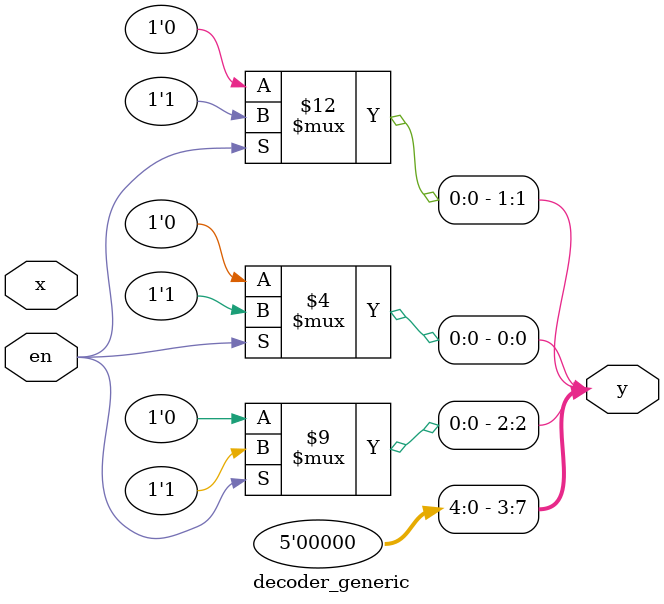
<source format=v>
`timescale 1ns / 1ps


module decoder_generic
#(parameter N = 3)
(
     input [N-1:0] x,
     input en,
     output [0:(2 ** N)-1] y
    
    );
    
    integer i;
    
    always @(x, en)
    begin
    
      y = 'b0;
    if (en) begin
      for (i=0; i < N; i = i+1)
         y[i] = 1'b1;
    end
    else
        y = 'b0;
    end
endmodule


</source>
